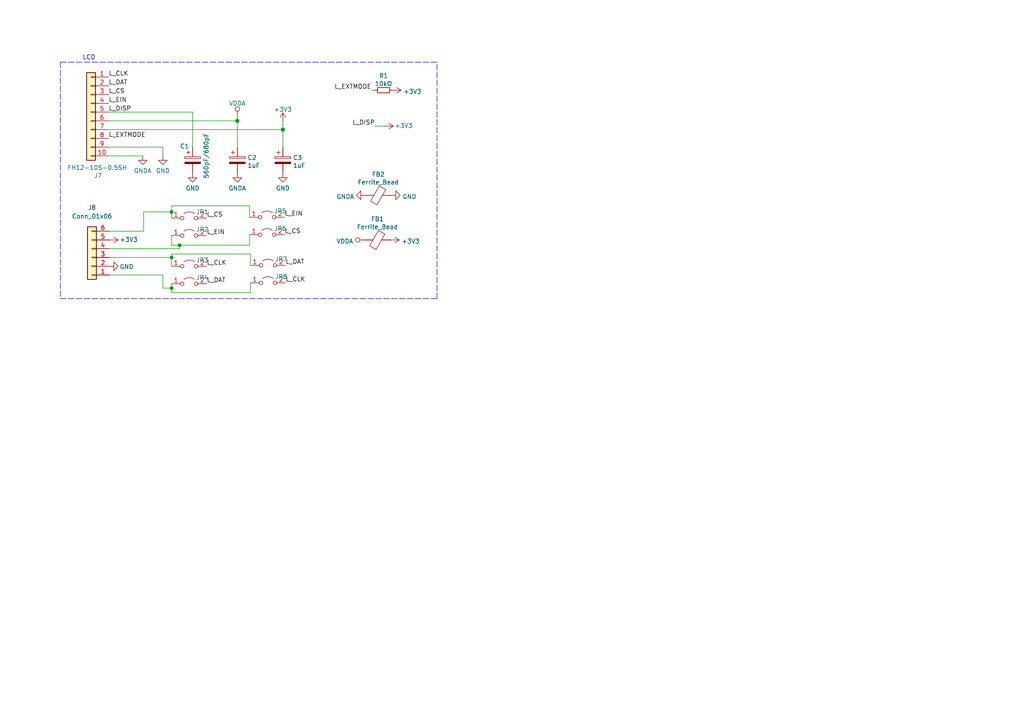
<source format=kicad_sch>
(kicad_sch (version 20211123) (generator eeschema)
  (paper "A4")
  (title_block (title "TPS42 LCD Shield") (date "2022-05-19") (rev "${Revision}"))
  (lib_symbols
    (symbol "Connector_Generic:Conn_01x06" (pin_names (offset 1.016) hide)
      (property "Reference" "J" (at 0 7.62 0))
      (property "Value" "Conn_01x06" (at 0 -10.16 0))
      (symbol "Conn_01x06_1_1"
        (rectangle (start -1.27 -7.493) (end 0 -7.747) (stroke (width 0.1524)))
        (rectangle (start -1.27 -4.953) (end 0 -5.207) (stroke (width 0.1524)))
        (rectangle (start -1.27 -2.413) (end 0 -2.667) (stroke (width 0.1524)))
        (rectangle (start -1.27 0.127) (end 0 -0.127) (stroke (width 0.1524)))
        (rectangle (start -1.27 2.667) (end 0 2.413) (stroke (width 0.1524)))
        (rectangle (start -1.27 5.207) (end 0 4.953) (stroke (width 0.1524)))
        (rectangle (start -1.27 6.35) (end 1.27 -8.89) (stroke (width 0.254)) (fill (type background)))
        (pin passive line (at -5.08 5.08 0) (length 3.81) (name "Pin_1") (number "1"))
        (pin passive line (at -5.08 2.54 0) (length 3.81) (name "Pin_2") (number "2"))
        (pin passive line (at -5.08 0 0) (length 3.81) (name "Pin_3") (number "3"))
        (pin passive line (at -5.08 -2.54 0) (length 3.81) (name "Pin_4") (number "4"))
        (pin passive line (at -5.08 -5.08 0) (length 3.81) (name "Pin_5") (number "5"))
        (pin passive line (at -5.08 -7.62 0) (length 3.81) (name "Pin_6") (number "6"))
      )
    )
    (symbol "Connector_Generic:Conn_01x10" (pin_names (offset 1.016) hide)
      (property "Reference" "J" (at 0 12.7 0))
      (property "Value" "Conn_01x10" (at 0 -15.24 0))
      (symbol "Conn_01x10_1_1"
        (rectangle (start -1.27 -12.573) (end 0 -12.827) (stroke (width 0.1524)))
        (rectangle (start -1.27 -10.033) (end 0 -10.287) (stroke (width 0.1524)))
        (rectangle (start -1.27 -7.493) (end 0 -7.747) (stroke (width 0.1524)))
        (rectangle (start -1.27 -4.953) (end 0 -5.207) (stroke (width 0.1524)))
        (rectangle (start -1.27 -2.413) (end 0 -2.667) (stroke (width 0.1524)))
        (rectangle (start -1.27 0.127) (end 0 -0.127) (stroke (width 0.1524)))
        (rectangle (start -1.27 2.667) (end 0 2.413) (stroke (width 0.1524)))
        (rectangle (start -1.27 5.207) (end 0 4.953) (stroke (width 0.1524)))
        (rectangle (start -1.27 7.747) (end 0 7.493) (stroke (width 0.1524)))
        (rectangle (start -1.27 10.287) (end 0 10.033) (stroke (width 0.1524)))
        (rectangle (start -1.27 11.43) (end 1.27 -13.97) (stroke (width 0.254)) (fill (type background)))
        (pin passive line (at -5.08 10.16 0) (length 3.81) (name "Pin_1") (number "1"))
        (pin passive line (at -5.08 -12.7 0) (length 3.81) (name "Pin_10") (number "10"))
        (pin passive line (at -5.08 7.62 0) (length 3.81) (name "Pin_2") (number "2"))
        (pin passive line (at -5.08 5.08 0) (length 3.81) (name "Pin_3") (number "3"))
        (pin passive line (at -5.08 2.54 0) (length 3.81) (name "Pin_4") (number "4"))
        (pin passive line (at -5.08 0 0) (length 3.81) (name "Pin_5") (number "5"))
        (pin passive line (at -5.08 -2.54 0) (length 3.81) (name "Pin_6") (number "6"))
        (pin passive line (at -5.08 -5.08 0) (length 3.81) (name "Pin_7") (number "7"))
        (pin passive line (at -5.08 -7.62 0) (length 3.81) (name "Pin_8") (number "8"))
        (pin passive line (at -5.08 -10.16 0) (length 3.81) (name "Pin_9") (number "9"))
      )
    )
    (symbol "Device:CP" (pin_numbers hide) (pin_names (offset 0.254))
      (property "Reference" "C" (at 0.635 2.54 0))
      (property "Value" "CP" (at 0.635 -2.54 0))
      (symbol "CP_0_1"
        (rectangle (start -2.286 0.508) (end 2.286 1.016))
        (polyline (pts (xy -1.778 2.286) (xy -0.762 2.286)))
        (polyline (pts (xy -1.27 2.794) (xy -1.27 1.778)))
        (rectangle (start 2.286 -0.508) (end -2.286 -1.016) (fill (type outline)))
      )
      (symbol "CP_1_1"
        (pin passive line (at 0 3.81 270) (length 2.794) (name "~") (number "1"))
        (pin passive line (at 0 -3.81 90) (length 2.794) (name "~") (number "2"))
      )
    )
    (symbol "Device:Ferrite_Bead" (pin_numbers hide) (pin_names (offset 0))
      (property "Reference" "FB" (at -3.81 0.635 90))
      (property "Value" "Ferrite_Bead" (at 3.81 0 90))
      (symbol "Ferrite_Bead_0_1"
        (polyline (pts (xy 0 -1.27) (xy 0 -1.2192)))
        (polyline (pts (xy 0 1.27) (xy 0 1.2954)))
        (polyline (pts (xy -2.7686 0.4064) (xy -1.7018 2.2606) (xy 2.7686 -0.3048) (xy 1.6764 -2.159) (xy -2.7686 0.4064)))
      )
      (symbol "Ferrite_Bead_1_1"
        (pin passive line (at 0 3.81 270) (length 2.54) (name "~") (number "1"))
        (pin passive line (at 0 -3.81 90) (length 2.54) (name "~") (number "2"))
      )
    )
    (symbol "Device:R_Small" (pin_numbers hide) (pin_names (offset 0.254) hide)
      (property "Reference" "R" (at 0.762 0.508 0))
      (property "Value" "R_Small" (at 0.762 -1.016 0))
      (symbol "R_Small_0_1"
        (rectangle (start -0.762 1.778) (end 0.762 -1.778) (stroke (width 0.2032)))
      )
      (symbol "R_Small_1_1"
        (pin passive line (at 0 2.54 270) (length 0.762) (name "~") (number "1"))
        (pin passive line (at 0 -2.54 90) (length 0.762) (name "~") (number "2"))
      )
    )
    (symbol "Jumper:Jumper_2_Open" (pin_names (offset 0) hide)
      (property "Reference" "JP" (at 0 2.794 0))
      (property "Value" "Jumper_2_Open" (at 0 -2.286 0))
      (symbol "Jumper_2_Open_0_0"
        (circle (center -2.032 0) (radius 0.508))
        (circle (center 2.032 0) (radius 0.508))
      )
      (symbol "Jumper_2_Open_0_1"
        (arc (start 1.524 1.27) (mid 0 1.778) (end -1.524 1.27))
      )
      (symbol "Jumper_2_Open_1_1"
        (pin passive line (at -5.08 0 0) (length 2.54) (name "A") (number "1"))
        (pin passive line (at 5.08 0 180) (length 2.54) (name "B") (number "2"))
      )
    )
    (symbol "power:+3.3V" (power) (pin_names (offset 0))
      (property "Value" "+3.3V" (at 0 3.556 0))
      (symbol "+3.3V_0_1"
        (polyline (pts (xy -0.762 1.27) (xy 0 2.54)))
        (polyline (pts (xy 0 0) (xy 0 2.54)))
        (polyline (pts (xy 0 2.54) (xy 0.762 1.27)))
      )
      (symbol "+3.3V_1_1"
        (pin power_in line (at 0 0 90) (length 0) hide (name "+3V3") (number "1"))
      )
    )
    (symbol "power:GND" (power) (pin_names (offset 0))
      (property "Value" "GND" (at 0 -3.81 0))
      (symbol "GND_0_1"
        (polyline (pts (xy 0 0) (xy 0 -1.27) (xy 1.27 -1.27) (xy 0 -2.54) (xy -1.27 -1.27) (xy 0 -1.27)))
      )
      (symbol "GND_1_1"
        (pin power_in line (at 0 0 270) (length 0) hide (name "GND") (number "1"))
      )
    )
    (symbol "power:GNDA" (power) (pin_names (offset 0))
      (property "Value" "GNDA" (at 0 -3.81 0))
      (symbol "GNDA_0_1"
        (polyline (pts (xy 0 0) (xy 0 -1.27) (xy 1.27 -1.27) (xy 0 -2.54) (xy -1.27 -1.27) (xy 0 -1.27)))
      )
      (symbol "GNDA_1_1"
        (pin power_in line (at 0 0 270) (length 0) hide (name "GNDA") (number "1"))
      )
    )
    (symbol "power:VDDA" (power) (pin_names (offset 0))
      (property "Value" "VDDA" (at 0 3.81 0))
      (symbol "VDDA_0_1"
        (polyline (pts (xy 0 0) (xy 0 1.27)))
        (circle (center 0 1.905) (radius 0.635))
      )
      (symbol "VDDA_1_1"
        (pin power_in line (at 0 0 90) (length 0) hide (name "VDDA") (number "1"))
      )
    )
  )
  (junction (at 49.784 83.566))
  (junction (at 49.784 61.468))
  (junction (at 52.07 71.12))
  (junction (at 49.784 74.676))
  (junction (at 82.042 37.592) (diameter 1.016))
  (junction (at 68.834 35.052) (diameter 1.016))
  (wire (pts (xy 31.75 79.756) (xy 47.244 79.756)))
  (wire (pts (xy 47.244 83.566) (xy 49.784 83.566)))
  (wire (pts (xy 49.784 77.216) (xy 49.784 74.676)))
  (polyline (pts (xy 17.526 18.034) (xy 17.526 86.614)))
  (wire (pts (xy 41.656 61.468) (xy 49.784 61.468)))
  (wire (pts (xy 49.784 71.12) (xy 49.784 68.326)))
  (wire (pts (xy 49.784 61.468) (xy 49.784 63.246)))
  (polyline (pts (xy 17.526 86.614) (xy 126.746 86.614)))
  (wire (pts (xy 49.784 73.66) (xy 72.644 73.66)))
  (wire (pts (xy 31.496 32.512) (xy 55.88 32.512)))
  (wire (pts (xy 49.784 74.676) (xy 49.784 73.66)))
  (wire (pts (xy 82.042 37.592) (xy 82.042 42.672)))
  (polyline (pts (xy 17.526 18.034) (xy 126.746 18.034)))
  (wire (pts (xy 49.784 83.566) (xy 49.784 82.296)))
  (wire (pts (xy 72.644 84.836) (xy 49.784 84.836)))
  (wire (pts (xy 49.784 84.836) (xy 49.784 83.566)))
  (wire (pts (xy 72.39 68.072) (xy 72.39 71.12)))
  (wire (pts (xy 107.696 26.162) (xy 108.712 26.162)))
  (polyline (pts (xy 126.746 86.614) (xy 126.746 18.034)))
  (wire (pts (xy 82.042 35.306) (xy 82.042 37.592)))
  (wire (pts (xy 47.244 79.756) (xy 47.244 83.566)))
  (wire (pts (xy 31.496 45.212) (xy 41.402 45.212)))
  (wire (pts (xy 41.656 67.056) (xy 31.75 67.056)))
  (wire (pts (xy 31.496 37.592) (xy 82.042 37.592)))
  (wire (pts (xy 31.496 35.052) (xy 68.834 35.052)))
  (wire (pts (xy 72.39 71.12) (xy 52.07 71.12)))
  (wire (pts (xy 31.496 42.672) (xy 47.244 42.672)))
  (wire (pts (xy 52.07 72.136) (xy 52.07 71.12)))
  (wire (pts (xy 31.75 72.136) (xy 52.07 72.136)))
  (wire (pts (xy 55.88 32.512) (xy 55.88 42.672)))
  (wire (pts (xy 72.39 59.69) (xy 49.784 59.69)))
  (wire (pts (xy 49.784 59.69) (xy 49.784 61.468)))
  (wire (pts (xy 31.75 74.676) (xy 49.784 74.676)))
  (wire (pts (xy 72.644 73.66) (xy 72.644 76.962)))
  (wire (pts (xy 41.656 67.056) (xy 41.656 61.468)))
  (wire (pts (xy 72.644 82.042) (xy 72.644 84.836)))
  (wire (pts (xy 52.07 71.12) (xy 49.784 71.12)))
  (wire (pts (xy 68.834 35.052) (xy 68.834 42.672)))
  (wire (pts (xy 72.39 62.992) (xy 72.39 59.69)))
  (wire (pts (xy 108.712 36.576) (xy 111.506 36.576)))
  (wire (pts (xy 68.834 33.528) (xy 68.834 35.052)))
  (wire (pts (xy 47.244 42.672) (xy 47.244 45.212)))
  (text "LCD" (at 27.686 17.526 180) (effects (font (size 1.27 1.27)) (justify right bottom)))
  (label "L_DAT" (at 31.496 24.892 0))
  (label "L_CS" (at 82.55 68.072 0))
  (label "L_DISP" (at 31.496 32.512 0))
  (label "L_CLK" (at 59.944 77.216 0))
  (label "L_EXTMODE" (at 31.496 40.132 0))
  (label "L_CS" (at 59.944 63.246 0))
  (label "L_EIN" (at 82.55 62.992 0))
  (label "L_CS" (at 31.496 27.432 0))
  (label "L_DISP" (at 108.712 36.576 180))
  (label "L_CLK" (at 31.496 22.352 0))
  (label "L_DAT" (at 59.944 82.296 0))
  (label "L_DAT" (at 82.804 76.962 0))
  (label "L_EIN" (at 31.496 29.972 0))
  (label "L_EXTMODE" (at 107.696 26.162 180))
  (label "L_CLK" (at 82.804 82.042 0))
  (label "L_EIN" (at 59.944 68.326 0))
  (symbol (lib_id "Device:CP") (at 68.834 46.482 0) (unit 1)
    (property "Reference" "C2" (at 71.7551 45.7211 0) (effects (justify left)))
    (property "Value" "1uF" (at 71.7551 48.0198 0) (effects (justify left)))
    (property "Footprint" "Capacitor_SMD:C_0603_1608Metric_Pad1.08x0.95mm_HandSolder" (effects hide))
    (property "LCSC" "C15849" (effects hide))
  )
  (symbol (lib_id "power:GNDA") (at 68.834 50.292 0) (unit 1)
    (property "Reference" "#PWR07" (effects hide))
    (property "Value" "GNDA" (at 68.834 54.6164 0))
  )
  (symbol (lib_id "Jumper:Jumper_2_Open") (at 77.47 68.072 0) (unit 1)
    (property "Reference" "JP6" (at 81.28 66.294 0))
    (property "Value" "Jumper_2_Open" (effects hide))
    (property "Footprint" "Jumper:SolderJumper-2_P1.3mm_Open_TrianglePad1.0x1.5mm" (effects hide))
  )
  (symbol (lib_id "Connector_Generic:Conn_01x06") (at 26.67 74.676 180) (unit 1)
    (property "Reference" "J8" (at 26.67 60.198 0))
    (property "Value" "Conn_01x06" (at 26.67 62.738 0))
    (property "Footprint" "Connector_PinHeader_2.54mm:PinHeader_2x03_P2.54mm_Vertical" (effects hide))
  )
  (symbol (lib_id "power:GND") (at 47.244 45.212 0) (unit 1)
    (property "Reference" "#PWR04" (effects hide))
    (property "Value" "GND" (at 47.244 49.5364 0))
  )
  (symbol (lib_id "power:GNDA") (at 41.402 45.212 0) (unit 1)
    (property "Reference" "#PWR03" (effects hide))
    (property "Value" "GNDA" (at 41.402 49.5364 0))
  )
  (symbol (lib_id "Jumper:Jumper_2_Open") (at 77.47 62.992 0) (unit 1)
    (property "Reference" "JP5" (at 81.28 61.214 0))
    (property "Value" "Jumper_2_Open" (effects hide))
    (property "Footprint" "Jumper:SolderJumper-2_P1.3mm_Open_TrianglePad1.0x1.5mm" (effects hide))
  )
  (symbol (lib_id "Device:CP") (at 55.88 46.482 0) (unit 1)
    (property "Reference" "C1" (at 52.1971 42.4191 0) (effects (justify left)))
    (property "Value" "560pF/680pF" (at 59.8171 51.8298 90) (effects (justify left)))
    (property "Footprint" "Capacitor_SMD:C_0603_1608Metric_Pad1.08x0.95mm_HandSolder" (effects hide))
    (property "LCSC" "C1630" (effects hide))
  )
  (symbol (lib_id "power:+3.3V") (at 31.75 69.596 270) (unit 1)
    (property "Reference" "#PWR01" (effects hide))
    (property "Value" "+3.3V" (at 34.6711 69.4765 90) (effects (justify left)))
  )
  (symbol (lib_id "Jumper:Jumper_2_Open") (at 77.724 82.042 0) (unit 1)
    (property "Reference" "JP8" (at 81.534 80.264 0))
    (property "Value" "Jumper_2_Open" (effects hide))
    (property "Footprint" "Jumper:SolderJumper-2_P1.3mm_Open_TrianglePad1.0x1.5mm" (effects hide))
  )
  (symbol (lib_id "power:+3.3V") (at 113.792 26.162 270) (unit 1)
    (property "Reference" "#PWR015" (effects hide))
    (property "Value" "+3.3V" (at 116.9671 26.5505 90) (effects (justify left)))
  )
  (symbol (lib_id "Jumper:Jumper_2_Open") (at 77.724 76.962 0) (unit 1)
    (property "Reference" "JP7" (at 81.534 75.184 0))
    (property "Value" "Jumper_2_Open" (effects hide))
    (property "Footprint" "Jumper:SolderJumper-2_P1.3mm_Open_TrianglePad1.0x1.5mm" (effects hide))
  )
  (symbol (lib_id "power:+3.3V") (at 111.506 36.576 270) (unit 1)
    (property "Reference" "#PWR014" (effects hide))
    (property "Value" "+3.3V" (at 114.4271 36.4565 90) (effects (justify left)))
  )
  (symbol (lib_id "Device:Ferrite_Bead") (at 109.728 56.642 90) (unit 1)
    (property "Reference" "FB2" (at 109.728 50.5672 90))
    (property "Value" "Ferrite_Bead" (at 109.728 52.8659 90))
    (property "Footprint" "Resistor_SMD:R_0805_2012Metric_Pad1.20x1.40mm_HandSolder" (effects hide))
    (property "LCSC" "C1017" (effects hide))
  )
  (symbol (lib_id "Connector_Generic:Conn_01x10") (at 26.416 32.512 0) (mirror y) (unit 1)
    (property "Reference" "J7" (at 28.448 50.9312 0))
    (property "Value" "FH12-10S-0.5SH" (at 28.194 48.6325 0))
    (property "Footprint" "Connector_FFC-FPC:Hirose_FH12-10S-0.5SH_1x10-1MP_P0.50mm_Horizontal" (effects hide))
    (property "LCSC" "C506791" (effects hide))
  )
  (symbol (lib_id "power:+3.3V") (at 113.284 69.596 270) (unit 1)
    (property "Reference" "#PWR010" (effects hide))
    (property "Value" "+3.3V" (at 116.4591 69.9845 90) (effects (justify left)))
  )
  (symbol (lib_id "power:GND") (at 31.75 77.216 90) (unit 1)
    (property "Reference" "#PWR02" (effects hide))
    (property "Value" "GND" (at 34.6711 77.3505 90) (effects (justify right)))
  )
  (symbol (lib_id "power:VDDA") (at 68.834 33.528 0) (unit 1)
    (property "Reference" "#PWR06" (effects hide))
    (property "Value" "VDDA" (at 68.834 29.9806 0))
  )
  (symbol (lib_id "power:GND") (at 113.538 56.642 90) (unit 1)
    (property "Reference" "#PWR011" (effects hide))
    (property "Value" "GND" (at 116.7131 57.0305 90) (effects (justify right)))
  )
  (symbol (lib_id "Jumper:Jumper_2_Open") (at 54.864 77.216 0) (unit 1)
    (property "Reference" "JP3" (at 58.674 75.438 0))
    (property "Value" "Jumper_2_Open" (effects hide))
    (property "Footprint" "Jumper:SolderJumper-2_P1.3mm_Open_TrianglePad1.0x1.5mm" (effects hide))
  )
  (symbol (lib_id "Jumper:Jumper_2_Open") (at 54.864 63.246 0) (unit 1)
    (property "Reference" "JP1" (at 58.674 61.468 0))
    (property "Value" "Jumper_2_Open" (effects hide))
    (property "Footprint" "Jumper:SolderJumper-2_P1.3mm_Open_TrianglePad1.0x1.5mm" (effects hide))
  )
  (symbol (lib_id "Jumper:Jumper_2_Open") (at 54.864 68.326 0) (unit 1)
    (property "Reference" "JP2" (at 58.674 66.548 0))
    (property "Value" "Jumper_2_Open" (effects hide))
    (property "Footprint" "Jumper:SolderJumper-2_P1.3mm_Open_TrianglePad1.0x1.5mm" (effects hide))
  )
  (symbol (lib_id "Device:CP") (at 82.042 46.482 0) (unit 1)
    (property "Reference" "C3" (at 84.9631 45.7211 0) (effects (justify left)))
    (property "Value" "1uF" (at 84.9631 48.0198 0) (effects (justify left)))
    (property "Footprint" "Capacitor_SMD:C_0603_1608Metric_Pad1.08x0.95mm_HandSolder" (effects hide))
    (property "LCSC" "C15849" (effects hide))
  )
  (symbol (lib_id "power:GND") (at 55.88 50.292 0) (unit 1)
    (property "Reference" "#PWR05" (effects hide))
    (property "Value" "GND" (at 55.88 54.6164 0))
  )
  (symbol (lib_id "power:VDDA") (at 105.664 69.596 90) (unit 1)
    (property "Reference" "#PWR08" (effects hide))
    (property "Value" "VDDA" (at 102.489 69.9845 90) (effects (justify left)))
  )
  (symbol (lib_id "Jumper:Jumper_2_Open") (at 54.864 82.296 0) (unit 1)
    (property "Reference" "JP4" (at 58.674 80.518 0))
    (property "Value" "Jumper_2_Open" (effects hide))
    (property "Footprint" "Jumper:SolderJumper-2_P1.3mm_Open_TrianglePad1.0x1.5mm" (effects hide))
  )
  (symbol (lib_id "power:GNDA") (at 105.918 56.642 270) (unit 1)
    (property "Reference" "#PWR09" (effects hide))
    (property "Value" "GNDA" (at 102.7429 57.0305 90) (effects (justify right)))
  )
  (symbol (lib_id "Device:Ferrite_Bead") (at 109.474 69.596 90) (unit 1)
    (property "Reference" "FB1" (at 109.474 63.5212 90))
    (property "Value" "Ferrite_Bead" (at 109.474 65.8199 90))
    (property "Footprint" "Resistor_SMD:R_0805_2012Metric_Pad1.20x1.40mm_HandSolder" (effects hide))
    (property "LCSC" "C1017" (effects hide))
  )
  (symbol (lib_id "power:GND") (at 82.042 50.292 0) (unit 1)
    (property "Reference" "#PWR013" (effects hide))
    (property "Value" "GND" (at 82.042 54.6164 0))
  )
  (symbol (lib_id "power:+3.3V") (at 82.042 35.306 0) (unit 1)
    (property "Reference" "#PWR012" (effects hide))
    (property "Value" "+3.3V" (at 82.042 31.7586 0))
  )
  (symbol (lib_id "Device:R_Small") (at 111.252 26.162 270) (unit 1)
    (property "Reference" "R1" (at 111.252 21.9922 90))
    (property "Value" "10kΩ" (at 111.252 24.2909 90))
    (property "Footprint" "Resistor_SMD:R_0603_1608Metric_Pad0.98x0.95mm_HandSolder" (effects hide))
    (property "LCSC" "C25804" (effects hide))
  )
)
</source>
